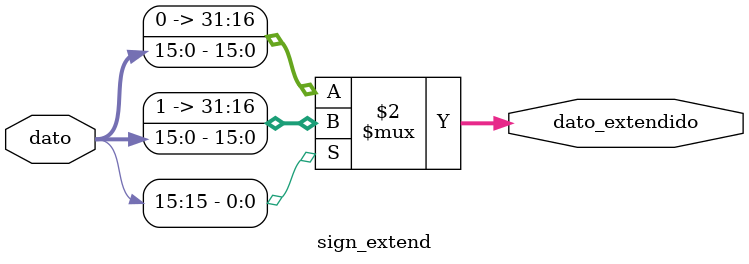
<source format=v>
module sign_extend #(

	parameter BUS_WIDTH = 16

)(
    input wire [BUS_WIDTH-1:0] dato,
    output wire [31:0] dato_extendido
);
    
    assign dato_extendido = (dato[BUS_WIDTH-1] == 1) ? {{32-BUS_WIDTH{1'b1}}, dato} : {{32-BUS_WIDTH{1'b0}}, dato};

endmodule
</source>
